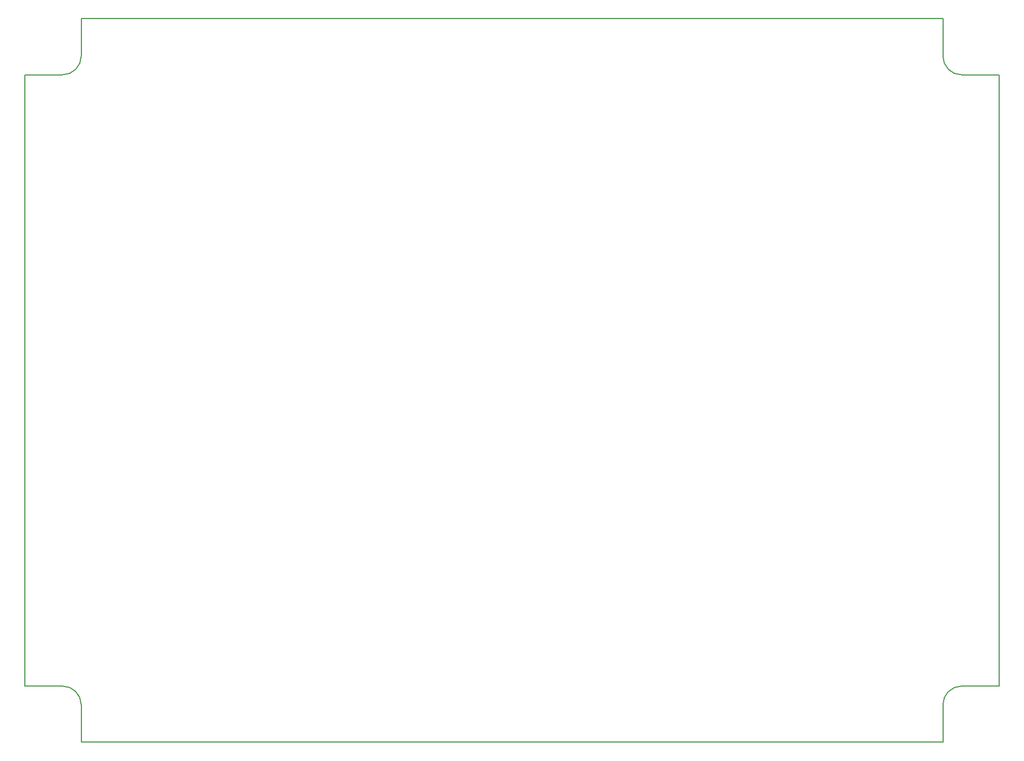
<source format=gm1>
G04 #@! TF.GenerationSoftware,KiCad,Pcbnew,5.1.5*
G04 #@! TF.CreationDate,2020-04-17T16:14:37+02:00*
G04 #@! TF.ProjectId,eco_nucleo64_interconnect,65636f5f-6e75-4636-9c65-6f36345f696e,rev?*
G04 #@! TF.SameCoordinates,Original*
G04 #@! TF.FileFunction,Profile,NP*
%FSLAX46Y46*%
G04 Gerber Fmt 4.6, Leading zero omitted, Abs format (unit mm)*
G04 Created by KiCad (PCBNEW 5.1.5) date 2020-04-17 16:14:37*
%MOMM*%
%LPD*%
G04 APERTURE LIST*
%ADD10C,0.200000*%
G04 APERTURE END LIST*
D10*
X181575000Y-149180000D02*
G75*
G03X178575000Y-152180000I0J-3000000D01*
G01*
X187580000Y-149180000D02*
X181571153Y-149180000D01*
X178575000Y-152179982D02*
X178575000Y-158185000D01*
X37575000Y-149180000D02*
G75*
G02X40575000Y-152180000I0J-3000000D01*
G01*
X31570000Y-149180000D02*
X37578847Y-149180000D01*
X40575000Y-152179982D02*
X40575000Y-158185000D01*
X37575000Y-51180000D02*
G75*
G03X40575000Y-48180000I0J3000000D01*
G01*
X31570000Y-51180000D02*
X37578847Y-51180000D01*
X40575000Y-48180018D02*
X40575000Y-42175000D01*
X181575000Y-51180000D02*
G75*
G02X178575000Y-48180000I0J3000000D01*
G01*
X178575000Y-48180018D02*
X178575000Y-42175000D01*
X187580000Y-51180000D02*
X181571153Y-51180000D01*
X187580000Y-149180000D02*
X187580000Y-51180000D01*
X40575000Y-158185000D02*
X178575000Y-158185000D01*
X40575000Y-42175000D02*
X178575000Y-42175000D01*
X31570000Y-51180000D02*
X31570000Y-149180000D01*
M02*

</source>
